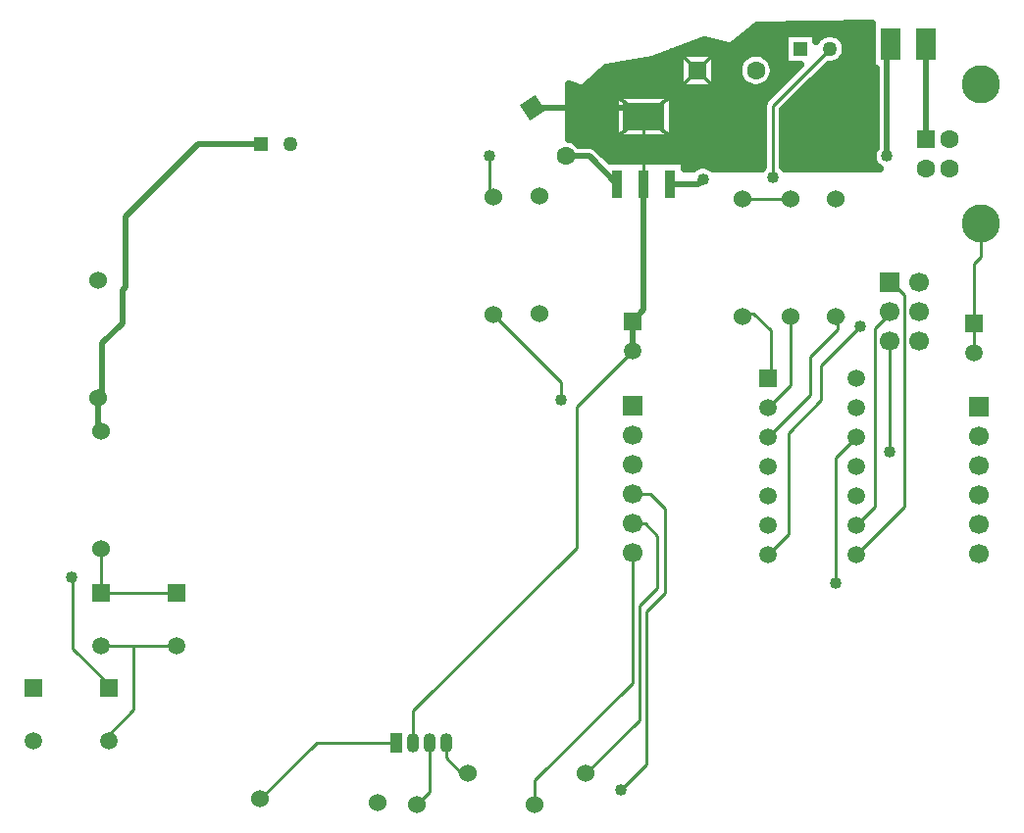
<source format=gbr>
G04 DipTrace 3.3.1.3*
G04 Top.gbr*
%MOIN*%
G04 #@! TF.FileFunction,Copper,L1,Top*
G04 #@! TF.Part,Single*
%AMOUTLINE0*
4,1,4,
-0.008483,-0.043727,
-0.043727,0.008483,
0.008483,0.043727,
0.043727,-0.008483,
-0.008483,-0.043727,
0*%
G04 #@! TA.AperFunction,Conductor*
%ADD13C,0.01*%
%ADD14C,0.02*%
G04 #@! TA.AperFunction,CopperBalancing*
%ADD15C,0.025*%
%ADD16C,0.013*%
G04 #@! TA.AperFunction,ComponentPad*
%ADD17C,0.062992*%
%ADD18R,0.062992X0.062992*%
%ADD19C,0.05*%
%ADD20R,0.05X0.05*%
%ADD21O,0.041339X0.066929*%
%ADD22R,0.041339X0.066929*%
%ADD23R,0.059055X0.059055*%
%ADD24C,0.059055*%
%ADD25R,0.066929X0.066929*%
%ADD26C,0.066929*%
%ADD27C,0.062992*%
%ADD28C,0.129921*%
%ADD29C,0.06*%
%ADD30C,0.06*%
%ADD31R,0.070866X0.106299*%
G04 #@! TA.AperFunction,ComponentPad*
%ADD32C,0.059055*%
%ADD34R,0.037402X0.096457*%
%ADD35R,0.139764X0.09252*%
G04 #@! TA.AperFunction,ViaPad*
%ADD36C,0.04*%
G04 #@! TA.AperFunction,ComponentPad*
%ADD90OUTLINE0*%
%FSLAX26Y26*%
G04*
G70*
G90*
G75*
G01*
G04 Top*
%LPD*%
X3118954Y2111514D2*
D13*
Y1877421D1*
X3043559Y1802026D1*
X3273685Y2110887D2*
X3299642D1*
X3281034Y2092280D1*
Y2068715D1*
X3186416Y1974097D1*
Y1844883D1*
X3043559Y1702026D1*
X3456005Y2027013D2*
Y1652052D1*
X3356026Y2077008D2*
X3224790Y1945772D1*
Y1827034D1*
X3112302Y1714546D1*
Y1370769D1*
X3043559Y1302026D1*
X2582381Y1306908D2*
Y865908D1*
X2249934Y533462D1*
Y452178D1*
X1034135Y1170126D2*
X778230D1*
X776289Y1320699D2*
Y1168185D1*
X778230Y1170126D1*
X3273562Y1205648D2*
Y1632029D1*
X3343559Y1702026D1*
X802121Y846797D2*
X816496D1*
X681307Y981986D1*
Y1222417D1*
X678201Y1225524D1*
X2582381Y1406908D2*
X2626273D1*
X2668598Y1364583D1*
Y1189601D1*
X2606105Y1127108D1*
Y739606D1*
X2424916Y558417D1*
X2339433Y1828043D2*
Y1889454D1*
X2111915Y2116972D1*
X3456005Y2127013D2*
Y2120743D1*
X3406021Y2070759D1*
Y1464488D1*
X3343559Y1402026D1*
X802121Y669631D2*
Y689353D1*
X887458Y774690D1*
Y992961D1*
X1034135D1*
X778230D2*
X1034135D1*
X2583402Y1995776D2*
D14*
Y2095776D1*
X2958630Y2110008D2*
D13*
Y2121937D1*
X2994528D1*
X3053382Y2063083D1*
Y1911849D1*
X3043559Y1902026D1*
X2621175Y2562996D2*
D14*
Y2133549D1*
X2583402Y2095776D1*
X2621175Y2791343D2*
D13*
Y2562996D1*
X2243938Y2822332D2*
D14*
X2590185D1*
D13*
X2621175Y2791343D1*
X1837348Y662407D2*
Y770226D1*
X2392278Y1325156D1*
Y1804652D1*
X2583402Y1995776D1*
X768646Y1835462D2*
D14*
Y1728343D1*
D13*
X776289Y1720699D1*
X3742146Y2089612D2*
Y1989612D1*
X3766891Y2427961D2*
Y2315552D1*
X3743486Y2292147D1*
Y2088272D1*
X3742146Y2089612D1*
X1319734Y2698675D2*
D14*
X1106962D1*
X859214Y2450927D1*
Y2212108D1*
X848820Y2201714D1*
Y2089282D1*
X781739Y2022201D1*
Y1835462D1*
X768646D1*
X2355837Y2656565D2*
X2437054D1*
X2530623Y2562996D1*
X3061731Y2584795D2*
D13*
Y2829025D1*
X3254762Y3022056D1*
X2095894Y2658398D2*
Y2532993D1*
X2111915Y2516972D1*
X2958630Y2510008D2*
X3117448D1*
X3118954Y2511514D1*
X1949848Y662407D2*
Y610503D1*
X2001933Y558417D1*
X2024916D1*
X3581458Y2714181D2*
D14*
Y3035816D1*
D13*
X3579778Y3037496D1*
X2711726Y2562996D2*
D14*
X2806882D1*
X2823121Y2579235D1*
X3447551Y2656769D2*
Y3023379D1*
X3461668Y3037496D1*
X1893598Y662407D2*
D13*
Y495842D1*
X1849934Y452178D1*
X1781098Y662407D2*
X1510220D1*
X1318740Y470927D1*
X3456005Y2227013D2*
X3462244D1*
X3506010Y2183247D1*
Y1464478D1*
X3343559Y1302026D1*
X2582381Y1506908D2*
X2645010D1*
X2693596Y1458323D1*
Y1170853D1*
X2631102Y1108360D1*
Y589664D1*
X2543612Y502173D1*
D36*
X3456005Y1652052D3*
X3356026Y2077008D3*
X3273562Y1205648D3*
X678201Y1225524D3*
D3*
X2339433Y1828043D3*
X3061731Y2584795D3*
X2095894Y2658398D3*
X2823121Y2579235D3*
X3447551Y2656769D3*
X2543612Y502173D3*
X2987709Y3084597D2*
D15*
X3395234D1*
X2956310Y3059728D2*
X3098759D1*
X3295236D2*
X3395234D1*
X2784568Y3034860D2*
X2892927D1*
X2924948D2*
X3098759D1*
X3309196D2*
X3395234D1*
X2717608Y3009991D2*
X3098759D1*
X3309374D2*
X3395234D1*
X2649751Y2985122D2*
X2740167D1*
X2865164D2*
X2952638D1*
X3052694D2*
X3098759D1*
X3295954D2*
X3395234D1*
X2513714Y2960253D2*
X2740167D1*
X2865164D2*
X2941335D1*
X3063999D2*
X3143075D1*
X3242845D2*
X3395234D1*
X2471264Y2935385D2*
X2740167D1*
X2865164D2*
X2941621D1*
X3063711D2*
X3118207D1*
X3217978D2*
X3406537D1*
X2443345Y2910516D2*
X2740167D1*
X2865164D2*
X2953714D1*
X3051618D2*
X3093340D1*
X3193109D2*
X3406537D1*
X2369459Y2885647D2*
X2405475D1*
X2415445D2*
X3068471D1*
X3168241D2*
X3406537D1*
X2369567Y2860778D2*
X2520304D1*
X2722058D2*
X3043604D1*
X3143374D2*
X3406537D1*
X2369711Y2835909D2*
X2520304D1*
X2722058D2*
X3026451D1*
X3118507D2*
X3406537D1*
X2369854Y2811041D2*
X2520304D1*
X2722058D2*
X3025734D1*
X3097730D2*
X3406537D1*
X2369962Y2786172D2*
X2520304D1*
X2722058D2*
X3025734D1*
X3097730D2*
X3406537D1*
X2370106Y2761303D2*
X2520304D1*
X2722058D2*
X3025734D1*
X3097730D2*
X3406537D1*
X2370249Y2736434D2*
X2520304D1*
X2722058D2*
X3025734D1*
X3097730D2*
X3406537D1*
X2382306Y2711566D2*
X3025734D1*
X3097730D2*
X3406537D1*
X2463512Y2686697D2*
X3025734D1*
X3097730D2*
X3406537D1*
X2488739Y2661828D2*
X3025734D1*
X3097730D2*
X3396812D1*
X2761423Y2636959D2*
X3025734D1*
X3097730D2*
X3400795D1*
X2367875Y2715295D2*
X2374377Y2713625D1*
X2383075Y2710022D1*
X2391101Y2705104D1*
X2398260Y2698990D1*
X2401833Y2695052D1*
X2440075Y2694946D1*
X2446042Y2694001D1*
X2451787Y2692135D1*
X2457171Y2689392D1*
X2462058Y2685841D1*
X2496756Y2651311D1*
X2508352Y2639714D1*
X2758927Y2639724D1*
Y2614642D1*
X2789987Y2614633D1*
X2794613Y2618472D1*
X2801102Y2622449D1*
X2808134Y2625361D1*
X2815534Y2627138D1*
X2823121Y2627735D1*
X2830707Y2627138D1*
X2838108Y2625361D1*
X2845139Y2622449D1*
X2851629Y2618472D1*
X2856224Y2614630D1*
X3023521Y2614633D1*
X3028234Y2619827D1*
X3028335Y2831654D1*
X3029156Y2836845D1*
X3030781Y2841845D1*
X3033168Y2846529D1*
X3036257Y2850782D1*
X3077017Y2891688D1*
X3153875Y2968545D1*
X3101262Y2968556D1*
Y3075556D1*
X3208262D1*
Y3048535D1*
X3211480Y3053503D1*
X3216932Y3059887D1*
X3223316Y3065339D1*
X3230474Y3069726D1*
X3238230Y3072938D1*
X3246394Y3074898D1*
X3254762Y3075556D1*
X3263131Y3074898D1*
X3271295Y3072938D1*
X3279051Y3069726D1*
X3286209Y3065339D1*
X3292593Y3059887D1*
X3298045Y3053503D1*
X3302432Y3046345D1*
X3305644Y3038589D1*
X3307604Y3030425D1*
X3308262Y3022056D1*
X3307604Y3013688D1*
X3305644Y3005524D1*
X3302432Y2997768D1*
X3298045Y2990610D1*
X3292593Y2984226D1*
X3286209Y2978774D1*
X3279051Y2974387D1*
X3271295Y2971175D1*
X3263131Y2969215D1*
X3254762Y2968556D1*
X3248984Y2968908D1*
X3095226Y2815143D1*
X3095231Y2619856D1*
X3099928Y2614623D1*
X3423558Y2614633D1*
X3419043Y2617531D1*
X3413256Y2622474D1*
X3408314Y2628261D1*
X3404337Y2634751D1*
X3401425Y2641782D1*
X3399648Y2649182D1*
X3399051Y2656769D1*
X3399648Y2664356D1*
X3401425Y2671756D1*
X3404337Y2678787D1*
X3408314Y2685277D1*
X3409060Y2686223D1*
X3409051Y2955864D1*
X3397735Y2955846D1*
Y3108247D1*
X3008052Y3102710D1*
X2919921Y3032966D1*
X2917264Y3031711D1*
X2914387Y3031113D1*
X2911450Y3031202D1*
X2825483Y3051001D1*
X2648916Y2985466D1*
X2492904Y2956907D1*
X2415690Y2888262D1*
X2413066Y2886942D1*
X2410205Y2886272D1*
X2407266Y2886287D1*
X2404412Y2886988D1*
X2366861Y2900840D1*
X2367858Y2715358D1*
X3062475Y2943791D2*
X3061003Y2934493D1*
X3058093Y2925539D1*
X3053819Y2917151D1*
X3048285Y2909534D1*
X3041629Y2902878D1*
X3034012Y2897344D1*
X3025623Y2893070D1*
X3016669Y2890160D1*
X3007371Y2888688D1*
X2997957D1*
X2988659Y2890160D1*
X2979705Y2893070D1*
X2971316Y2897344D1*
X2963699Y2902878D1*
X2957043Y2909534D1*
X2951509Y2917151D1*
X2947235Y2925539D1*
X2944325Y2934493D1*
X2942853Y2943791D1*
Y2953206D1*
X2944325Y2962504D1*
X2947235Y2971458D1*
X2951509Y2979846D1*
X2957043Y2987463D1*
X2963699Y2994119D1*
X2971316Y2999654D1*
X2979705Y3003928D1*
X2988659Y3006837D1*
X2997957Y3008310D1*
X3007371D1*
X3016669Y3006837D1*
X3025623Y3003928D1*
X3034012Y2999654D1*
X3041629Y2994119D1*
X3048285Y2987463D1*
X3053819Y2979846D1*
X3058093Y2971458D1*
X3061003Y2962504D1*
X3062475Y2953206D1*
Y2943791D1*
X2744505Y3008495D2*
X2862660D1*
Y2888503D1*
X2742668D1*
Y3008495D1*
X2744505D1*
X2524630Y2866102D2*
X2719556D1*
Y2716583D1*
X2522793D1*
Y2866102D1*
X2524630D1*
X2742693Y3008470D2*
D16*
X2862635Y2888528D1*
Y3008470D2*
X2742693Y2888528D1*
X2522822Y2866080D2*
X2719528Y2716604D1*
Y2866080D2*
X2522822Y2716604D1*
D17*
X2355837Y2656565D3*
D90*
X2243938Y2822332D3*
D17*
X3002664Y2948499D3*
D18*
X2802664D3*
D19*
X3254762Y3022056D3*
D20*
X3154762D3*
D19*
X1419734Y2698675D3*
D20*
X1319734D3*
D21*
X1949848Y662407D3*
X1837348D3*
D22*
X1781098D3*
D21*
X1893598D3*
D23*
X2583402Y2095776D3*
D24*
Y1995776D3*
D23*
X3742146Y2089612D3*
D24*
Y1989612D3*
D25*
X3759280Y1804381D3*
D26*
Y1704381D3*
Y1604381D3*
Y1504381D3*
Y1404381D3*
Y1304381D3*
D25*
X2582381Y1806908D3*
D26*
Y1706908D3*
Y1606908D3*
Y1506908D3*
Y1406908D3*
Y1306908D3*
D18*
X3581458Y2714181D3*
D27*
Y2615756D3*
X3660198D3*
Y2714181D3*
D28*
X3766891Y2427961D3*
Y2901976D3*
D25*
X3456005Y2227013D3*
D26*
X3556005D3*
X3456005Y2127013D3*
X3556005D3*
X3456005Y2027013D3*
X3556005D3*
D29*
X2268697Y2121283D3*
D30*
Y2521283D3*
D29*
X2111915Y2116972D3*
D30*
Y2516972D3*
D29*
X768646Y2235462D3*
D30*
Y1835462D3*
D29*
X776289Y1720699D3*
D30*
Y1320699D3*
D29*
X2958630Y2110008D3*
D30*
Y2510008D3*
D29*
X3118954Y2511514D3*
D30*
Y2111514D3*
D29*
X3273685Y2510887D3*
D30*
Y2110887D3*
D31*
X3579778Y3037496D3*
X3461668D3*
D29*
X2024916Y558417D3*
D30*
X2424916D3*
D29*
X1849934Y452178D3*
D30*
X2249934D3*
D29*
X1318740Y470927D3*
D30*
X1718525Y457792D3*
D23*
X778230Y1170126D3*
D32*
Y992961D3*
X1034135D3*
D23*
Y1170126D3*
X546215Y846797D3*
D32*
Y669631D3*
X802121D3*
D23*
Y846797D3*
X3043559Y1902026D3*
D24*
Y1802026D3*
Y1702026D3*
Y1602026D3*
Y1502026D3*
Y1402026D3*
Y1302026D3*
X3343559D3*
Y1402026D3*
Y1502026D3*
Y1602026D3*
Y1702026D3*
Y1802026D3*
Y1902026D3*
D34*
X2530623Y2562996D3*
X2621175D3*
X2711726D3*
D35*
X2621175Y2791343D3*
M02*

</source>
